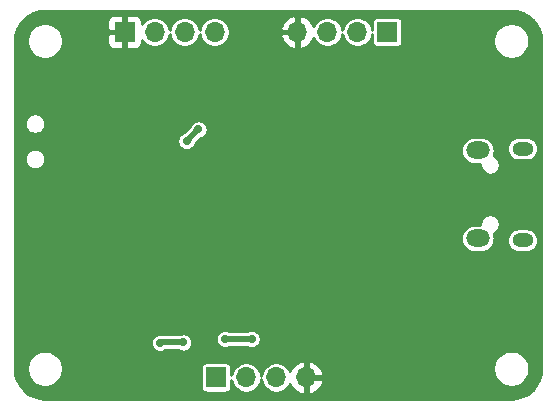
<source format=gbr>
%TF.GenerationSoftware,KiCad,Pcbnew,(5.1.6)-1*%
%TF.CreationDate,2022-03-08T04:09:40+09:00*%
%TF.ProjectId,STM32-project,53544d33-322d-4707-926f-6a6563742e6b,rev?*%
%TF.SameCoordinates,Original*%
%TF.FileFunction,Copper,L2,Bot*%
%TF.FilePolarity,Positive*%
%FSLAX46Y46*%
G04 Gerber Fmt 4.6, Leading zero omitted, Abs format (unit mm)*
G04 Created by KiCad (PCBNEW (5.1.6)-1) date 2022-03-08 04:09:40*
%MOMM*%
%LPD*%
G01*
G04 APERTURE LIST*
%TA.AperFunction,ComponentPad*%
%ADD10O,1.800000X1.150000*%
%TD*%
%TA.AperFunction,ComponentPad*%
%ADD11O,2.000000X1.450000*%
%TD*%
%TA.AperFunction,ComponentPad*%
%ADD12O,1.700000X1.700000*%
%TD*%
%TA.AperFunction,ComponentPad*%
%ADD13R,1.700000X1.700000*%
%TD*%
%TA.AperFunction,ViaPad*%
%ADD14C,0.700000*%
%TD*%
%TA.AperFunction,Conductor*%
%ADD15C,0.500000*%
%TD*%
%TA.AperFunction,Conductor*%
%ADD16C,0.250000*%
%TD*%
G04 APERTURE END LIST*
D10*
%TO.P,J1,6*%
%TO.N,Net-(J1-Pad6)*%
X98450000Y-75625000D03*
X98450000Y-83375000D03*
D11*
X94650000Y-75775000D03*
X94650000Y-83225000D03*
%TD*%
D12*
%TO.P,J4,4*%
%TO.N,GND*%
X80120000Y-95000000D03*
%TO.P,J4,3*%
%TO.N,/I2C2_SDA*%
X77580000Y-95000000D03*
%TO.P,J4,2*%
%TO.N,/I2C2_SCL*%
X75040000Y-95000000D03*
D13*
%TO.P,J4,1*%
%TO.N,+3V3*%
X72500000Y-95000000D03*
%TD*%
D12*
%TO.P,J3,4*%
%TO.N,GND*%
X79380000Y-65750000D03*
%TO.P,J3,3*%
%TO.N,/SWCLK*%
X81920000Y-65750000D03*
%TO.P,J3,2*%
%TO.N,/SWDI0*%
X84460000Y-65750000D03*
D13*
%TO.P,J3,1*%
%TO.N,+3V3*%
X87000000Y-65750000D03*
%TD*%
D12*
%TO.P,J2,4*%
%TO.N,+3V3*%
X72370000Y-65750000D03*
%TO.P,J2,3*%
%TO.N,/USART1_TX*%
X69830000Y-65750000D03*
%TO.P,J2,2*%
%TO.N,/USART1_RX*%
X67290000Y-65750000D03*
D13*
%TO.P,J2,1*%
%TO.N,GND*%
X64750000Y-65750000D03*
%TD*%
D14*
%TO.N,GND*%
X70500000Y-76000000D03*
X78750000Y-83250000D03*
X73750000Y-81250000D03*
X76250000Y-86500000D03*
X69515000Y-87985000D03*
X59250000Y-71750000D03*
X93550000Y-78200000D03*
X83250000Y-78625000D03*
X96750000Y-85500000D03*
X65950000Y-75800000D03*
X68750000Y-85500000D03*
X68235000Y-81515000D03*
X67750000Y-76250000D03*
X92750000Y-88000000D03*
X89250000Y-87500000D03*
X88250000Y-87500000D03*
X88500000Y-83000000D03*
X88500000Y-84000000D03*
X63550000Y-83450000D03*
X75000000Y-71750000D03*
%TO.N,+3V3*%
X75500000Y-91750000D03*
X73250000Y-91750000D03*
X69717475Y-92032525D03*
X69717475Y-92032525D03*
X67760050Y-92055000D03*
X70000000Y-75000000D03*
X71000000Y-74000000D03*
%TD*%
D15*
%TO.N,+3V3*%
X74750000Y-91750000D02*
X75500000Y-91750000D01*
X74750000Y-91750000D02*
X73250000Y-91750000D01*
X69717475Y-92032525D02*
X67782525Y-92032525D01*
X67782525Y-92032525D02*
X67760050Y-92055000D01*
X70000000Y-75000000D02*
X71000000Y-74000000D01*
%TD*%
D16*
%TO.N,GND*%
G36*
X97994876Y-64000681D02*
G01*
X98470906Y-64144403D01*
X98909957Y-64377850D01*
X99295296Y-64692125D01*
X99612258Y-65075266D01*
X99848761Y-65512670D01*
X99995803Y-65987684D01*
X100050001Y-66503344D01*
X100050000Y-94227995D01*
X99999319Y-94744876D01*
X99855596Y-95220910D01*
X99622152Y-95659954D01*
X99307875Y-96045296D01*
X98924735Y-96362257D01*
X98487329Y-96598761D01*
X98012316Y-96745803D01*
X97496664Y-96800000D01*
X58022005Y-96800000D01*
X57505124Y-96749319D01*
X57029090Y-96605596D01*
X56590046Y-96372152D01*
X56204704Y-96057875D01*
X55887743Y-95674735D01*
X55651239Y-95237329D01*
X55504197Y-94762316D01*
X55450000Y-94246664D01*
X55450000Y-94099801D01*
X56475000Y-94099801D01*
X56475000Y-94400199D01*
X56533605Y-94694826D01*
X56648562Y-94972358D01*
X56815455Y-95222131D01*
X57027869Y-95434545D01*
X57277642Y-95601438D01*
X57555174Y-95716395D01*
X57849801Y-95775000D01*
X58150199Y-95775000D01*
X58444826Y-95716395D01*
X58722358Y-95601438D01*
X58972131Y-95434545D01*
X59184545Y-95222131D01*
X59351438Y-94972358D01*
X59466395Y-94694826D01*
X59525000Y-94400199D01*
X59525000Y-94150000D01*
X71222944Y-94150000D01*
X71222944Y-95850000D01*
X71231150Y-95933314D01*
X71255452Y-96013427D01*
X71294916Y-96087260D01*
X71348026Y-96151974D01*
X71412740Y-96205084D01*
X71486573Y-96244548D01*
X71566686Y-96268850D01*
X71650000Y-96277056D01*
X73350000Y-96277056D01*
X73433314Y-96268850D01*
X73513427Y-96244548D01*
X73587260Y-96205084D01*
X73651974Y-96151974D01*
X73705084Y-96087260D01*
X73744548Y-96013427D01*
X73768850Y-95933314D01*
X73777056Y-95850000D01*
X73777056Y-95186186D01*
X73813998Y-95371904D01*
X73910110Y-95603939D01*
X74049643Y-95812765D01*
X74227235Y-95990357D01*
X74436061Y-96129890D01*
X74668096Y-96226002D01*
X74914423Y-96275000D01*
X75165577Y-96275000D01*
X75411904Y-96226002D01*
X75643939Y-96129890D01*
X75852765Y-95990357D01*
X76030357Y-95812765D01*
X76169890Y-95603939D01*
X76266002Y-95371904D01*
X76310000Y-95150713D01*
X76353998Y-95371904D01*
X76450110Y-95603939D01*
X76589643Y-95812765D01*
X76767235Y-95990357D01*
X76976061Y-96129890D01*
X77208096Y-96226002D01*
X77454423Y-96275000D01*
X77705577Y-96275000D01*
X77951904Y-96226002D01*
X78183939Y-96129890D01*
X78392765Y-95990357D01*
X78570357Y-95812765D01*
X78709890Y-95603939D01*
X78745873Y-95517067D01*
X78784406Y-95625962D01*
X78932188Y-95874496D01*
X79125617Y-96089423D01*
X79357260Y-96262485D01*
X79618214Y-96387030D01*
X79766628Y-96432045D01*
X79995000Y-96312812D01*
X79995000Y-95125000D01*
X80245000Y-95125000D01*
X80245000Y-96312812D01*
X80473372Y-96432045D01*
X80621786Y-96387030D01*
X80882740Y-96262485D01*
X81114383Y-96089423D01*
X81307812Y-95874496D01*
X81455594Y-95625962D01*
X81552050Y-95353373D01*
X81433449Y-95125000D01*
X80245000Y-95125000D01*
X79995000Y-95125000D01*
X79975000Y-95125000D01*
X79975000Y-94875000D01*
X79995000Y-94875000D01*
X79995000Y-93687188D01*
X80245000Y-93687188D01*
X80245000Y-94875000D01*
X81433449Y-94875000D01*
X81552050Y-94646627D01*
X81455594Y-94374038D01*
X81307812Y-94125504D01*
X81284680Y-94099801D01*
X95975000Y-94099801D01*
X95975000Y-94400199D01*
X96033605Y-94694826D01*
X96148562Y-94972358D01*
X96315455Y-95222131D01*
X96527869Y-95434545D01*
X96777642Y-95601438D01*
X97055174Y-95716395D01*
X97349801Y-95775000D01*
X97650199Y-95775000D01*
X97944826Y-95716395D01*
X98222358Y-95601438D01*
X98472131Y-95434545D01*
X98684545Y-95222131D01*
X98851438Y-94972358D01*
X98966395Y-94694826D01*
X99025000Y-94400199D01*
X99025000Y-94099801D01*
X98966395Y-93805174D01*
X98851438Y-93527642D01*
X98684545Y-93277869D01*
X98472131Y-93065455D01*
X98222358Y-92898562D01*
X97944826Y-92783605D01*
X97650199Y-92725000D01*
X97349801Y-92725000D01*
X97055174Y-92783605D01*
X96777642Y-92898562D01*
X96527869Y-93065455D01*
X96315455Y-93277869D01*
X96148562Y-93527642D01*
X96033605Y-93805174D01*
X95975000Y-94099801D01*
X81284680Y-94099801D01*
X81114383Y-93910577D01*
X80882740Y-93737515D01*
X80621786Y-93612970D01*
X80473372Y-93567955D01*
X80245000Y-93687188D01*
X79995000Y-93687188D01*
X79766628Y-93567955D01*
X79618214Y-93612970D01*
X79357260Y-93737515D01*
X79125617Y-93910577D01*
X78932188Y-94125504D01*
X78784406Y-94374038D01*
X78745873Y-94482933D01*
X78709890Y-94396061D01*
X78570357Y-94187235D01*
X78392765Y-94009643D01*
X78183939Y-93870110D01*
X77951904Y-93773998D01*
X77705577Y-93725000D01*
X77454423Y-93725000D01*
X77208096Y-93773998D01*
X76976061Y-93870110D01*
X76767235Y-94009643D01*
X76589643Y-94187235D01*
X76450110Y-94396061D01*
X76353998Y-94628096D01*
X76310000Y-94849287D01*
X76266002Y-94628096D01*
X76169890Y-94396061D01*
X76030357Y-94187235D01*
X75852765Y-94009643D01*
X75643939Y-93870110D01*
X75411904Y-93773998D01*
X75165577Y-93725000D01*
X74914423Y-93725000D01*
X74668096Y-93773998D01*
X74436061Y-93870110D01*
X74227235Y-94009643D01*
X74049643Y-94187235D01*
X73910110Y-94396061D01*
X73813998Y-94628096D01*
X73777056Y-94813814D01*
X73777056Y-94150000D01*
X73768850Y-94066686D01*
X73744548Y-93986573D01*
X73705084Y-93912740D01*
X73651974Y-93848026D01*
X73587260Y-93794916D01*
X73513427Y-93755452D01*
X73433314Y-93731150D01*
X73350000Y-93722944D01*
X71650000Y-93722944D01*
X71566686Y-93731150D01*
X71486573Y-93755452D01*
X71412740Y-93794916D01*
X71348026Y-93848026D01*
X71294916Y-93912740D01*
X71255452Y-93986573D01*
X71231150Y-94066686D01*
X71222944Y-94150000D01*
X59525000Y-94150000D01*
X59525000Y-94099801D01*
X59466395Y-93805174D01*
X59351438Y-93527642D01*
X59184545Y-93277869D01*
X58972131Y-93065455D01*
X58722358Y-92898562D01*
X58444826Y-92783605D01*
X58150199Y-92725000D01*
X57849801Y-92725000D01*
X57555174Y-92783605D01*
X57277642Y-92898562D01*
X57027869Y-93065455D01*
X56815455Y-93277869D01*
X56648562Y-93527642D01*
X56533605Y-93805174D01*
X56475000Y-94099801D01*
X55450000Y-94099801D01*
X55450000Y-91978669D01*
X66985050Y-91978669D01*
X66985050Y-92131331D01*
X67014833Y-92281059D01*
X67073254Y-92422100D01*
X67158068Y-92549034D01*
X67266016Y-92656982D01*
X67392950Y-92741796D01*
X67533991Y-92800217D01*
X67683719Y-92830000D01*
X67836381Y-92830000D01*
X67986109Y-92800217D01*
X68127150Y-92741796D01*
X68178441Y-92707525D01*
X69332721Y-92707525D01*
X69350375Y-92719321D01*
X69491416Y-92777742D01*
X69641144Y-92807525D01*
X69793806Y-92807525D01*
X69943534Y-92777742D01*
X70084575Y-92719321D01*
X70211509Y-92634507D01*
X70319457Y-92526559D01*
X70404271Y-92399625D01*
X70462692Y-92258584D01*
X70492475Y-92108856D01*
X70492475Y-91956194D01*
X70462692Y-91806466D01*
X70407686Y-91673669D01*
X72475000Y-91673669D01*
X72475000Y-91826331D01*
X72504783Y-91976059D01*
X72563204Y-92117100D01*
X72648018Y-92244034D01*
X72755966Y-92351982D01*
X72882900Y-92436796D01*
X73023941Y-92495217D01*
X73173669Y-92525000D01*
X73326331Y-92525000D01*
X73476059Y-92495217D01*
X73617100Y-92436796D01*
X73634754Y-92425000D01*
X75115246Y-92425000D01*
X75132900Y-92436796D01*
X75273941Y-92495217D01*
X75423669Y-92525000D01*
X75576331Y-92525000D01*
X75726059Y-92495217D01*
X75867100Y-92436796D01*
X75994034Y-92351982D01*
X76101982Y-92244034D01*
X76186796Y-92117100D01*
X76245217Y-91976059D01*
X76275000Y-91826331D01*
X76275000Y-91673669D01*
X76245217Y-91523941D01*
X76186796Y-91382900D01*
X76101982Y-91255966D01*
X75994034Y-91148018D01*
X75867100Y-91063204D01*
X75726059Y-91004783D01*
X75576331Y-90975000D01*
X75423669Y-90975000D01*
X75273941Y-91004783D01*
X75132900Y-91063204D01*
X75115246Y-91075000D01*
X73634754Y-91075000D01*
X73617100Y-91063204D01*
X73476059Y-91004783D01*
X73326331Y-90975000D01*
X73173669Y-90975000D01*
X73023941Y-91004783D01*
X72882900Y-91063204D01*
X72755966Y-91148018D01*
X72648018Y-91255966D01*
X72563204Y-91382900D01*
X72504783Y-91523941D01*
X72475000Y-91673669D01*
X70407686Y-91673669D01*
X70404271Y-91665425D01*
X70319457Y-91538491D01*
X70211509Y-91430543D01*
X70084575Y-91345729D01*
X69943534Y-91287308D01*
X69793806Y-91257525D01*
X69641144Y-91257525D01*
X69491416Y-91287308D01*
X69350375Y-91345729D01*
X69332721Y-91357525D01*
X68101369Y-91357525D01*
X67986109Y-91309783D01*
X67836381Y-91280000D01*
X67683719Y-91280000D01*
X67533991Y-91309783D01*
X67392950Y-91368204D01*
X67266016Y-91453018D01*
X67158068Y-91560966D01*
X67073254Y-91687900D01*
X67014833Y-91828941D01*
X66985050Y-91978669D01*
X55450000Y-91978669D01*
X55450000Y-83225000D01*
X93219436Y-83225000D01*
X93241640Y-83450439D01*
X93307398Y-83667215D01*
X93414184Y-83866997D01*
X93557893Y-84042107D01*
X93733003Y-84185816D01*
X93932785Y-84292602D01*
X94149561Y-84358360D01*
X94318508Y-84375000D01*
X94981492Y-84375000D01*
X95150439Y-84358360D01*
X95367215Y-84292602D01*
X95566997Y-84185816D01*
X95742107Y-84042107D01*
X95885816Y-83866997D01*
X95992602Y-83667215D01*
X96058360Y-83450439D01*
X96065790Y-83375000D01*
X97120162Y-83375000D01*
X97139470Y-83571034D01*
X97196651Y-83759535D01*
X97289508Y-83933258D01*
X97414472Y-84085528D01*
X97566742Y-84210492D01*
X97740465Y-84303349D01*
X97928966Y-84360530D01*
X98075880Y-84375000D01*
X98824120Y-84375000D01*
X98971034Y-84360530D01*
X99159535Y-84303349D01*
X99333258Y-84210492D01*
X99485528Y-84085528D01*
X99610492Y-83933258D01*
X99703349Y-83759535D01*
X99760530Y-83571034D01*
X99779838Y-83375000D01*
X99760530Y-83178966D01*
X99703349Y-82990465D01*
X99610492Y-82816742D01*
X99485528Y-82664472D01*
X99333258Y-82539508D01*
X99159535Y-82446651D01*
X98971034Y-82389470D01*
X98824120Y-82375000D01*
X98075880Y-82375000D01*
X97928966Y-82389470D01*
X97740465Y-82446651D01*
X97566742Y-82539508D01*
X97414472Y-82664472D01*
X97289508Y-82816742D01*
X97196651Y-82990465D01*
X97139470Y-83178966D01*
X97120162Y-83375000D01*
X96065790Y-83375000D01*
X96080564Y-83225000D01*
X96058360Y-82999561D01*
X95992602Y-82782785D01*
X95987783Y-82773770D01*
X96090784Y-82731106D01*
X96225907Y-82640819D01*
X96340819Y-82525907D01*
X96431106Y-82390784D01*
X96493296Y-82240644D01*
X96525000Y-82081255D01*
X96525000Y-81918745D01*
X96493296Y-81759356D01*
X96431106Y-81609216D01*
X96340819Y-81474093D01*
X96225907Y-81359181D01*
X96090784Y-81268894D01*
X95940644Y-81206704D01*
X95781255Y-81175000D01*
X95618745Y-81175000D01*
X95459356Y-81206704D01*
X95309216Y-81268894D01*
X95174093Y-81359181D01*
X95059181Y-81474093D01*
X94968894Y-81609216D01*
X94906704Y-81759356D01*
X94875000Y-81918745D01*
X94875000Y-82075000D01*
X94318508Y-82075000D01*
X94149561Y-82091640D01*
X93932785Y-82157398D01*
X93733003Y-82264184D01*
X93557893Y-82407893D01*
X93414184Y-82583003D01*
X93307398Y-82782785D01*
X93241640Y-82999561D01*
X93219436Y-83225000D01*
X55450000Y-83225000D01*
X55450000Y-76413820D01*
X56295000Y-76413820D01*
X56295000Y-76586180D01*
X56328626Y-76755228D01*
X56394585Y-76914468D01*
X56490343Y-77057780D01*
X56612220Y-77179657D01*
X56755532Y-77275415D01*
X56914772Y-77341374D01*
X57083820Y-77375000D01*
X57256180Y-77375000D01*
X57425228Y-77341374D01*
X57584468Y-77275415D01*
X57727780Y-77179657D01*
X57849657Y-77057780D01*
X57945415Y-76914468D01*
X58011374Y-76755228D01*
X58045000Y-76586180D01*
X58045000Y-76413820D01*
X58011374Y-76244772D01*
X57945415Y-76085532D01*
X57849657Y-75942220D01*
X57727780Y-75820343D01*
X57584468Y-75724585D01*
X57425228Y-75658626D01*
X57256180Y-75625000D01*
X57083820Y-75625000D01*
X56914772Y-75658626D01*
X56755532Y-75724585D01*
X56612220Y-75820343D01*
X56490343Y-75942220D01*
X56394585Y-76085532D01*
X56328626Y-76244772D01*
X56295000Y-76413820D01*
X55450000Y-76413820D01*
X55450000Y-74923669D01*
X69225000Y-74923669D01*
X69225000Y-75076331D01*
X69254783Y-75226059D01*
X69313204Y-75367100D01*
X69398018Y-75494034D01*
X69505966Y-75601982D01*
X69632900Y-75686796D01*
X69773941Y-75745217D01*
X69923669Y-75775000D01*
X70076331Y-75775000D01*
X93219436Y-75775000D01*
X93241640Y-76000439D01*
X93307398Y-76217215D01*
X93414184Y-76416997D01*
X93557893Y-76592107D01*
X93733003Y-76735816D01*
X93932785Y-76842602D01*
X94149561Y-76908360D01*
X94318508Y-76925000D01*
X94875000Y-76925000D01*
X94875000Y-77081255D01*
X94906704Y-77240644D01*
X94968894Y-77390784D01*
X95059181Y-77525907D01*
X95174093Y-77640819D01*
X95309216Y-77731106D01*
X95459356Y-77793296D01*
X95618745Y-77825000D01*
X95781255Y-77825000D01*
X95940644Y-77793296D01*
X96090784Y-77731106D01*
X96225907Y-77640819D01*
X96340819Y-77525907D01*
X96431106Y-77390784D01*
X96493296Y-77240644D01*
X96525000Y-77081255D01*
X96525000Y-76918745D01*
X96493296Y-76759356D01*
X96431106Y-76609216D01*
X96340819Y-76474093D01*
X96225907Y-76359181D01*
X96090784Y-76268894D01*
X95987783Y-76226230D01*
X95992602Y-76217215D01*
X96058360Y-76000439D01*
X96080564Y-75775000D01*
X96065791Y-75625000D01*
X97120162Y-75625000D01*
X97139470Y-75821034D01*
X97196651Y-76009535D01*
X97289508Y-76183258D01*
X97414472Y-76335528D01*
X97566742Y-76460492D01*
X97740465Y-76553349D01*
X97928966Y-76610530D01*
X98075880Y-76625000D01*
X98824120Y-76625000D01*
X98971034Y-76610530D01*
X99159535Y-76553349D01*
X99333258Y-76460492D01*
X99485528Y-76335528D01*
X99610492Y-76183258D01*
X99703349Y-76009535D01*
X99760530Y-75821034D01*
X99779838Y-75625000D01*
X99760530Y-75428966D01*
X99703349Y-75240465D01*
X99610492Y-75066742D01*
X99485528Y-74914472D01*
X99333258Y-74789508D01*
X99159535Y-74696651D01*
X98971034Y-74639470D01*
X98824120Y-74625000D01*
X98075880Y-74625000D01*
X97928966Y-74639470D01*
X97740465Y-74696651D01*
X97566742Y-74789508D01*
X97414472Y-74914472D01*
X97289508Y-75066742D01*
X97196651Y-75240465D01*
X97139470Y-75428966D01*
X97120162Y-75625000D01*
X96065791Y-75625000D01*
X96058360Y-75549561D01*
X95992602Y-75332785D01*
X95885816Y-75133003D01*
X95742107Y-74957893D01*
X95566997Y-74814184D01*
X95367215Y-74707398D01*
X95150439Y-74641640D01*
X94981492Y-74625000D01*
X94318508Y-74625000D01*
X94149561Y-74641640D01*
X93932785Y-74707398D01*
X93733003Y-74814184D01*
X93557893Y-74957893D01*
X93414184Y-75133003D01*
X93307398Y-75332785D01*
X93241640Y-75549561D01*
X93219436Y-75775000D01*
X70076331Y-75775000D01*
X70226059Y-75745217D01*
X70367100Y-75686796D01*
X70494034Y-75601982D01*
X70601982Y-75494034D01*
X70686796Y-75367100D01*
X70745217Y-75226059D01*
X70749359Y-75205235D01*
X71205235Y-74749359D01*
X71226059Y-74745217D01*
X71367100Y-74686796D01*
X71494034Y-74601982D01*
X71601982Y-74494034D01*
X71686796Y-74367100D01*
X71745217Y-74226059D01*
X71775000Y-74076331D01*
X71775000Y-73923669D01*
X71745217Y-73773941D01*
X71686796Y-73632900D01*
X71601982Y-73505966D01*
X71494034Y-73398018D01*
X71367100Y-73313204D01*
X71226059Y-73254783D01*
X71076331Y-73225000D01*
X70923669Y-73225000D01*
X70773941Y-73254783D01*
X70632900Y-73313204D01*
X70505966Y-73398018D01*
X70398018Y-73505966D01*
X70313204Y-73632900D01*
X70254783Y-73773941D01*
X70250641Y-73794765D01*
X69794765Y-74250641D01*
X69773941Y-74254783D01*
X69632900Y-74313204D01*
X69505966Y-74398018D01*
X69398018Y-74505966D01*
X69313204Y-74632900D01*
X69254783Y-74773941D01*
X69225000Y-74923669D01*
X55450000Y-74923669D01*
X55450000Y-73413820D01*
X56295000Y-73413820D01*
X56295000Y-73586180D01*
X56328626Y-73755228D01*
X56394585Y-73914468D01*
X56490343Y-74057780D01*
X56612220Y-74179657D01*
X56755532Y-74275415D01*
X56914772Y-74341374D01*
X57083820Y-74375000D01*
X57256180Y-74375000D01*
X57425228Y-74341374D01*
X57584468Y-74275415D01*
X57727780Y-74179657D01*
X57849657Y-74057780D01*
X57945415Y-73914468D01*
X58011374Y-73755228D01*
X58045000Y-73586180D01*
X58045000Y-73413820D01*
X58011374Y-73244772D01*
X57945415Y-73085532D01*
X57849657Y-72942220D01*
X57727780Y-72820343D01*
X57584468Y-72724585D01*
X57425228Y-72658626D01*
X57256180Y-72625000D01*
X57083820Y-72625000D01*
X56914772Y-72658626D01*
X56755532Y-72724585D01*
X56612220Y-72820343D01*
X56490343Y-72942220D01*
X56394585Y-73085532D01*
X56328626Y-73244772D01*
X56295000Y-73413820D01*
X55450000Y-73413820D01*
X55450000Y-66522006D01*
X55466884Y-66349801D01*
X56475000Y-66349801D01*
X56475000Y-66650199D01*
X56533605Y-66944826D01*
X56648562Y-67222358D01*
X56815455Y-67472131D01*
X57027869Y-67684545D01*
X57277642Y-67851438D01*
X57555174Y-67966395D01*
X57849801Y-68025000D01*
X58150199Y-68025000D01*
X58444826Y-67966395D01*
X58722358Y-67851438D01*
X58972131Y-67684545D01*
X59184545Y-67472131D01*
X59351438Y-67222358D01*
X59466395Y-66944826D01*
X59525000Y-66650199D01*
X59525000Y-66600000D01*
X63271976Y-66600000D01*
X63284043Y-66722521D01*
X63319781Y-66840334D01*
X63377817Y-66948911D01*
X63455920Y-67044080D01*
X63551089Y-67122183D01*
X63659666Y-67180219D01*
X63777479Y-67215957D01*
X63900000Y-67228024D01*
X64468750Y-67225000D01*
X64625000Y-67068750D01*
X64625000Y-65875000D01*
X63431250Y-65875000D01*
X63275000Y-66031250D01*
X63271976Y-66600000D01*
X59525000Y-66600000D01*
X59525000Y-66349801D01*
X59466395Y-66055174D01*
X59351438Y-65777642D01*
X59184545Y-65527869D01*
X58972131Y-65315455D01*
X58722358Y-65148562D01*
X58444826Y-65033605D01*
X58150199Y-64975000D01*
X57849801Y-64975000D01*
X57555174Y-65033605D01*
X57277642Y-65148562D01*
X57027869Y-65315455D01*
X56815455Y-65527869D01*
X56648562Y-65777642D01*
X56533605Y-66055174D01*
X56475000Y-66349801D01*
X55466884Y-66349801D01*
X55500681Y-66005124D01*
X55644403Y-65529094D01*
X55877850Y-65090043D01*
X56032845Y-64900000D01*
X63271976Y-64900000D01*
X63275000Y-65468750D01*
X63431250Y-65625000D01*
X64625000Y-65625000D01*
X64625000Y-64431250D01*
X64875000Y-64431250D01*
X64875000Y-65625000D01*
X64895000Y-65625000D01*
X64895000Y-65875000D01*
X64875000Y-65875000D01*
X64875000Y-67068750D01*
X65031250Y-67225000D01*
X65600000Y-67228024D01*
X65722521Y-67215957D01*
X65840334Y-67180219D01*
X65948911Y-67122183D01*
X66044080Y-67044080D01*
X66122183Y-66948911D01*
X66180219Y-66840334D01*
X66215957Y-66722521D01*
X66228024Y-66600000D01*
X66227250Y-66454421D01*
X66299643Y-66562765D01*
X66477235Y-66740357D01*
X66686061Y-66879890D01*
X66918096Y-66976002D01*
X67164423Y-67025000D01*
X67415577Y-67025000D01*
X67661904Y-66976002D01*
X67893939Y-66879890D01*
X68102765Y-66740357D01*
X68280357Y-66562765D01*
X68419890Y-66353939D01*
X68516002Y-66121904D01*
X68560000Y-65900713D01*
X68603998Y-66121904D01*
X68700110Y-66353939D01*
X68839643Y-66562765D01*
X69017235Y-66740357D01*
X69226061Y-66879890D01*
X69458096Y-66976002D01*
X69704423Y-67025000D01*
X69955577Y-67025000D01*
X70201904Y-66976002D01*
X70433939Y-66879890D01*
X70642765Y-66740357D01*
X70820357Y-66562765D01*
X70959890Y-66353939D01*
X71056002Y-66121904D01*
X71100000Y-65900713D01*
X71143998Y-66121904D01*
X71240110Y-66353939D01*
X71379643Y-66562765D01*
X71557235Y-66740357D01*
X71766061Y-66879890D01*
X71998096Y-66976002D01*
X72244423Y-67025000D01*
X72495577Y-67025000D01*
X72741904Y-66976002D01*
X72973939Y-66879890D01*
X73182765Y-66740357D01*
X73360357Y-66562765D01*
X73499890Y-66353939D01*
X73596002Y-66121904D01*
X73599688Y-66103373D01*
X77947950Y-66103373D01*
X78044406Y-66375962D01*
X78192188Y-66624496D01*
X78385617Y-66839423D01*
X78617260Y-67012485D01*
X78878214Y-67137030D01*
X79026628Y-67182045D01*
X79255000Y-67062812D01*
X79255000Y-65875000D01*
X78066551Y-65875000D01*
X77947950Y-66103373D01*
X73599688Y-66103373D01*
X73645000Y-65875577D01*
X73645000Y-65624423D01*
X73599689Y-65396627D01*
X77947950Y-65396627D01*
X78066551Y-65625000D01*
X79255000Y-65625000D01*
X79255000Y-64437188D01*
X79505000Y-64437188D01*
X79505000Y-65625000D01*
X79525000Y-65625000D01*
X79525000Y-65875000D01*
X79505000Y-65875000D01*
X79505000Y-67062812D01*
X79733372Y-67182045D01*
X79881786Y-67137030D01*
X80142740Y-67012485D01*
X80374383Y-66839423D01*
X80567812Y-66624496D01*
X80715594Y-66375962D01*
X80754127Y-66267067D01*
X80790110Y-66353939D01*
X80929643Y-66562765D01*
X81107235Y-66740357D01*
X81316061Y-66879890D01*
X81548096Y-66976002D01*
X81794423Y-67025000D01*
X82045577Y-67025000D01*
X82291904Y-66976002D01*
X82523939Y-66879890D01*
X82732765Y-66740357D01*
X82910357Y-66562765D01*
X83049890Y-66353939D01*
X83146002Y-66121904D01*
X83190000Y-65900713D01*
X83233998Y-66121904D01*
X83330110Y-66353939D01*
X83469643Y-66562765D01*
X83647235Y-66740357D01*
X83856061Y-66879890D01*
X84088096Y-66976002D01*
X84334423Y-67025000D01*
X84585577Y-67025000D01*
X84831904Y-66976002D01*
X85063939Y-66879890D01*
X85272765Y-66740357D01*
X85450357Y-66562765D01*
X85589890Y-66353939D01*
X85686002Y-66121904D01*
X85722944Y-65936186D01*
X85722944Y-66600000D01*
X85731150Y-66683314D01*
X85755452Y-66763427D01*
X85794916Y-66837260D01*
X85848026Y-66901974D01*
X85912740Y-66955084D01*
X85986573Y-66994548D01*
X86066686Y-67018850D01*
X86150000Y-67027056D01*
X87850000Y-67027056D01*
X87933314Y-67018850D01*
X88013427Y-66994548D01*
X88087260Y-66955084D01*
X88151974Y-66901974D01*
X88205084Y-66837260D01*
X88244548Y-66763427D01*
X88268850Y-66683314D01*
X88277056Y-66600000D01*
X88277056Y-66349801D01*
X95975000Y-66349801D01*
X95975000Y-66650199D01*
X96033605Y-66944826D01*
X96148562Y-67222358D01*
X96315455Y-67472131D01*
X96527869Y-67684545D01*
X96777642Y-67851438D01*
X97055174Y-67966395D01*
X97349801Y-68025000D01*
X97650199Y-68025000D01*
X97944826Y-67966395D01*
X98222358Y-67851438D01*
X98472131Y-67684545D01*
X98684545Y-67472131D01*
X98851438Y-67222358D01*
X98966395Y-66944826D01*
X99025000Y-66650199D01*
X99025000Y-66349801D01*
X98966395Y-66055174D01*
X98851438Y-65777642D01*
X98684545Y-65527869D01*
X98472131Y-65315455D01*
X98222358Y-65148562D01*
X97944826Y-65033605D01*
X97650199Y-64975000D01*
X97349801Y-64975000D01*
X97055174Y-65033605D01*
X96777642Y-65148562D01*
X96527869Y-65315455D01*
X96315455Y-65527869D01*
X96148562Y-65777642D01*
X96033605Y-66055174D01*
X95975000Y-66349801D01*
X88277056Y-66349801D01*
X88277056Y-64900000D01*
X88268850Y-64816686D01*
X88244548Y-64736573D01*
X88205084Y-64662740D01*
X88151974Y-64598026D01*
X88087260Y-64544916D01*
X88013427Y-64505452D01*
X87933314Y-64481150D01*
X87850000Y-64472944D01*
X86150000Y-64472944D01*
X86066686Y-64481150D01*
X85986573Y-64505452D01*
X85912740Y-64544916D01*
X85848026Y-64598026D01*
X85794916Y-64662740D01*
X85755452Y-64736573D01*
X85731150Y-64816686D01*
X85722944Y-64900000D01*
X85722944Y-65563814D01*
X85686002Y-65378096D01*
X85589890Y-65146061D01*
X85450357Y-64937235D01*
X85272765Y-64759643D01*
X85063939Y-64620110D01*
X84831904Y-64523998D01*
X84585577Y-64475000D01*
X84334423Y-64475000D01*
X84088096Y-64523998D01*
X83856061Y-64620110D01*
X83647235Y-64759643D01*
X83469643Y-64937235D01*
X83330110Y-65146061D01*
X83233998Y-65378096D01*
X83190000Y-65599287D01*
X83146002Y-65378096D01*
X83049890Y-65146061D01*
X82910357Y-64937235D01*
X82732765Y-64759643D01*
X82523939Y-64620110D01*
X82291904Y-64523998D01*
X82045577Y-64475000D01*
X81794423Y-64475000D01*
X81548096Y-64523998D01*
X81316061Y-64620110D01*
X81107235Y-64759643D01*
X80929643Y-64937235D01*
X80790110Y-65146061D01*
X80754127Y-65232933D01*
X80715594Y-65124038D01*
X80567812Y-64875504D01*
X80374383Y-64660577D01*
X80142740Y-64487515D01*
X79881786Y-64362970D01*
X79733372Y-64317955D01*
X79505000Y-64437188D01*
X79255000Y-64437188D01*
X79026628Y-64317955D01*
X78878214Y-64362970D01*
X78617260Y-64487515D01*
X78385617Y-64660577D01*
X78192188Y-64875504D01*
X78044406Y-65124038D01*
X77947950Y-65396627D01*
X73599689Y-65396627D01*
X73596002Y-65378096D01*
X73499890Y-65146061D01*
X73360357Y-64937235D01*
X73182765Y-64759643D01*
X72973939Y-64620110D01*
X72741904Y-64523998D01*
X72495577Y-64475000D01*
X72244423Y-64475000D01*
X71998096Y-64523998D01*
X71766061Y-64620110D01*
X71557235Y-64759643D01*
X71379643Y-64937235D01*
X71240110Y-65146061D01*
X71143998Y-65378096D01*
X71100000Y-65599287D01*
X71056002Y-65378096D01*
X70959890Y-65146061D01*
X70820357Y-64937235D01*
X70642765Y-64759643D01*
X70433939Y-64620110D01*
X70201904Y-64523998D01*
X69955577Y-64475000D01*
X69704423Y-64475000D01*
X69458096Y-64523998D01*
X69226061Y-64620110D01*
X69017235Y-64759643D01*
X68839643Y-64937235D01*
X68700110Y-65146061D01*
X68603998Y-65378096D01*
X68560000Y-65599287D01*
X68516002Y-65378096D01*
X68419890Y-65146061D01*
X68280357Y-64937235D01*
X68102765Y-64759643D01*
X67893939Y-64620110D01*
X67661904Y-64523998D01*
X67415577Y-64475000D01*
X67164423Y-64475000D01*
X66918096Y-64523998D01*
X66686061Y-64620110D01*
X66477235Y-64759643D01*
X66299643Y-64937235D01*
X66227250Y-65045579D01*
X66228024Y-64900000D01*
X66215957Y-64777479D01*
X66180219Y-64659666D01*
X66122183Y-64551089D01*
X66044080Y-64455920D01*
X65948911Y-64377817D01*
X65840334Y-64319781D01*
X65722521Y-64284043D01*
X65600000Y-64271976D01*
X65031250Y-64275000D01*
X64875000Y-64431250D01*
X64625000Y-64431250D01*
X64468750Y-64275000D01*
X63900000Y-64271976D01*
X63777479Y-64284043D01*
X63659666Y-64319781D01*
X63551089Y-64377817D01*
X63455920Y-64455920D01*
X63377817Y-64551089D01*
X63319781Y-64659666D01*
X63284043Y-64777479D01*
X63271976Y-64900000D01*
X56032845Y-64900000D01*
X56192125Y-64704704D01*
X56575266Y-64387742D01*
X57012670Y-64151239D01*
X57487684Y-64004197D01*
X58003335Y-63950000D01*
X97477994Y-63950000D01*
X97994876Y-64000681D01*
G37*
X97994876Y-64000681D02*
X98470906Y-64144403D01*
X98909957Y-64377850D01*
X99295296Y-64692125D01*
X99612258Y-65075266D01*
X99848761Y-65512670D01*
X99995803Y-65987684D01*
X100050001Y-66503344D01*
X100050000Y-94227995D01*
X99999319Y-94744876D01*
X99855596Y-95220910D01*
X99622152Y-95659954D01*
X99307875Y-96045296D01*
X98924735Y-96362257D01*
X98487329Y-96598761D01*
X98012316Y-96745803D01*
X97496664Y-96800000D01*
X58022005Y-96800000D01*
X57505124Y-96749319D01*
X57029090Y-96605596D01*
X56590046Y-96372152D01*
X56204704Y-96057875D01*
X55887743Y-95674735D01*
X55651239Y-95237329D01*
X55504197Y-94762316D01*
X55450000Y-94246664D01*
X55450000Y-94099801D01*
X56475000Y-94099801D01*
X56475000Y-94400199D01*
X56533605Y-94694826D01*
X56648562Y-94972358D01*
X56815455Y-95222131D01*
X57027869Y-95434545D01*
X57277642Y-95601438D01*
X57555174Y-95716395D01*
X57849801Y-95775000D01*
X58150199Y-95775000D01*
X58444826Y-95716395D01*
X58722358Y-95601438D01*
X58972131Y-95434545D01*
X59184545Y-95222131D01*
X59351438Y-94972358D01*
X59466395Y-94694826D01*
X59525000Y-94400199D01*
X59525000Y-94150000D01*
X71222944Y-94150000D01*
X71222944Y-95850000D01*
X71231150Y-95933314D01*
X71255452Y-96013427D01*
X71294916Y-96087260D01*
X71348026Y-96151974D01*
X71412740Y-96205084D01*
X71486573Y-96244548D01*
X71566686Y-96268850D01*
X71650000Y-96277056D01*
X73350000Y-96277056D01*
X73433314Y-96268850D01*
X73513427Y-96244548D01*
X73587260Y-96205084D01*
X73651974Y-96151974D01*
X73705084Y-96087260D01*
X73744548Y-96013427D01*
X73768850Y-95933314D01*
X73777056Y-95850000D01*
X73777056Y-95186186D01*
X73813998Y-95371904D01*
X73910110Y-95603939D01*
X74049643Y-95812765D01*
X74227235Y-95990357D01*
X74436061Y-96129890D01*
X74668096Y-96226002D01*
X74914423Y-96275000D01*
X75165577Y-96275000D01*
X75411904Y-96226002D01*
X75643939Y-96129890D01*
X75852765Y-95990357D01*
X76030357Y-95812765D01*
X76169890Y-95603939D01*
X76266002Y-95371904D01*
X76310000Y-95150713D01*
X76353998Y-95371904D01*
X76450110Y-95603939D01*
X76589643Y-95812765D01*
X76767235Y-95990357D01*
X76976061Y-96129890D01*
X77208096Y-96226002D01*
X77454423Y-96275000D01*
X77705577Y-96275000D01*
X77951904Y-96226002D01*
X78183939Y-96129890D01*
X78392765Y-95990357D01*
X78570357Y-95812765D01*
X78709890Y-95603939D01*
X78745873Y-95517067D01*
X78784406Y-95625962D01*
X78932188Y-95874496D01*
X79125617Y-96089423D01*
X79357260Y-96262485D01*
X79618214Y-96387030D01*
X79766628Y-96432045D01*
X79995000Y-96312812D01*
X79995000Y-95125000D01*
X80245000Y-95125000D01*
X80245000Y-96312812D01*
X80473372Y-96432045D01*
X80621786Y-96387030D01*
X80882740Y-96262485D01*
X81114383Y-96089423D01*
X81307812Y-95874496D01*
X81455594Y-95625962D01*
X81552050Y-95353373D01*
X81433449Y-95125000D01*
X80245000Y-95125000D01*
X79995000Y-95125000D01*
X79975000Y-95125000D01*
X79975000Y-94875000D01*
X79995000Y-94875000D01*
X79995000Y-93687188D01*
X80245000Y-93687188D01*
X80245000Y-94875000D01*
X81433449Y-94875000D01*
X81552050Y-94646627D01*
X81455594Y-94374038D01*
X81307812Y-94125504D01*
X81284680Y-94099801D01*
X95975000Y-94099801D01*
X95975000Y-94400199D01*
X96033605Y-94694826D01*
X96148562Y-94972358D01*
X96315455Y-95222131D01*
X96527869Y-95434545D01*
X96777642Y-95601438D01*
X97055174Y-95716395D01*
X97349801Y-95775000D01*
X97650199Y-95775000D01*
X97944826Y-95716395D01*
X98222358Y-95601438D01*
X98472131Y-95434545D01*
X98684545Y-95222131D01*
X98851438Y-94972358D01*
X98966395Y-94694826D01*
X99025000Y-94400199D01*
X99025000Y-94099801D01*
X98966395Y-93805174D01*
X98851438Y-93527642D01*
X98684545Y-93277869D01*
X98472131Y-93065455D01*
X98222358Y-92898562D01*
X97944826Y-92783605D01*
X97650199Y-92725000D01*
X97349801Y-92725000D01*
X97055174Y-92783605D01*
X96777642Y-92898562D01*
X96527869Y-93065455D01*
X96315455Y-93277869D01*
X96148562Y-93527642D01*
X96033605Y-93805174D01*
X95975000Y-94099801D01*
X81284680Y-94099801D01*
X81114383Y-93910577D01*
X80882740Y-93737515D01*
X80621786Y-93612970D01*
X80473372Y-93567955D01*
X80245000Y-93687188D01*
X79995000Y-93687188D01*
X79766628Y-93567955D01*
X79618214Y-93612970D01*
X79357260Y-93737515D01*
X79125617Y-93910577D01*
X78932188Y-94125504D01*
X78784406Y-94374038D01*
X78745873Y-94482933D01*
X78709890Y-94396061D01*
X78570357Y-94187235D01*
X78392765Y-94009643D01*
X78183939Y-93870110D01*
X77951904Y-93773998D01*
X77705577Y-93725000D01*
X77454423Y-93725000D01*
X77208096Y-93773998D01*
X76976061Y-93870110D01*
X76767235Y-94009643D01*
X76589643Y-94187235D01*
X76450110Y-94396061D01*
X76353998Y-94628096D01*
X76310000Y-94849287D01*
X76266002Y-94628096D01*
X76169890Y-94396061D01*
X76030357Y-94187235D01*
X75852765Y-94009643D01*
X75643939Y-93870110D01*
X75411904Y-93773998D01*
X75165577Y-93725000D01*
X74914423Y-93725000D01*
X74668096Y-93773998D01*
X74436061Y-93870110D01*
X74227235Y-94009643D01*
X74049643Y-94187235D01*
X73910110Y-94396061D01*
X73813998Y-94628096D01*
X73777056Y-94813814D01*
X73777056Y-94150000D01*
X73768850Y-94066686D01*
X73744548Y-93986573D01*
X73705084Y-93912740D01*
X73651974Y-93848026D01*
X73587260Y-93794916D01*
X73513427Y-93755452D01*
X73433314Y-93731150D01*
X73350000Y-93722944D01*
X71650000Y-93722944D01*
X71566686Y-93731150D01*
X71486573Y-93755452D01*
X71412740Y-93794916D01*
X71348026Y-93848026D01*
X71294916Y-93912740D01*
X71255452Y-93986573D01*
X71231150Y-94066686D01*
X71222944Y-94150000D01*
X59525000Y-94150000D01*
X59525000Y-94099801D01*
X59466395Y-93805174D01*
X59351438Y-93527642D01*
X59184545Y-93277869D01*
X58972131Y-93065455D01*
X58722358Y-92898562D01*
X58444826Y-92783605D01*
X58150199Y-92725000D01*
X57849801Y-92725000D01*
X57555174Y-92783605D01*
X57277642Y-92898562D01*
X57027869Y-93065455D01*
X56815455Y-93277869D01*
X56648562Y-93527642D01*
X56533605Y-93805174D01*
X56475000Y-94099801D01*
X55450000Y-94099801D01*
X55450000Y-91978669D01*
X66985050Y-91978669D01*
X66985050Y-92131331D01*
X67014833Y-92281059D01*
X67073254Y-92422100D01*
X67158068Y-92549034D01*
X67266016Y-92656982D01*
X67392950Y-92741796D01*
X67533991Y-92800217D01*
X67683719Y-92830000D01*
X67836381Y-92830000D01*
X67986109Y-92800217D01*
X68127150Y-92741796D01*
X68178441Y-92707525D01*
X69332721Y-92707525D01*
X69350375Y-92719321D01*
X69491416Y-92777742D01*
X69641144Y-92807525D01*
X69793806Y-92807525D01*
X69943534Y-92777742D01*
X70084575Y-92719321D01*
X70211509Y-92634507D01*
X70319457Y-92526559D01*
X70404271Y-92399625D01*
X70462692Y-92258584D01*
X70492475Y-92108856D01*
X70492475Y-91956194D01*
X70462692Y-91806466D01*
X70407686Y-91673669D01*
X72475000Y-91673669D01*
X72475000Y-91826331D01*
X72504783Y-91976059D01*
X72563204Y-92117100D01*
X72648018Y-92244034D01*
X72755966Y-92351982D01*
X72882900Y-92436796D01*
X73023941Y-92495217D01*
X73173669Y-92525000D01*
X73326331Y-92525000D01*
X73476059Y-92495217D01*
X73617100Y-92436796D01*
X73634754Y-92425000D01*
X75115246Y-92425000D01*
X75132900Y-92436796D01*
X75273941Y-92495217D01*
X75423669Y-92525000D01*
X75576331Y-92525000D01*
X75726059Y-92495217D01*
X75867100Y-92436796D01*
X75994034Y-92351982D01*
X76101982Y-92244034D01*
X76186796Y-92117100D01*
X76245217Y-91976059D01*
X76275000Y-91826331D01*
X76275000Y-91673669D01*
X76245217Y-91523941D01*
X76186796Y-91382900D01*
X76101982Y-91255966D01*
X75994034Y-91148018D01*
X75867100Y-91063204D01*
X75726059Y-91004783D01*
X75576331Y-90975000D01*
X75423669Y-90975000D01*
X75273941Y-91004783D01*
X75132900Y-91063204D01*
X75115246Y-91075000D01*
X73634754Y-91075000D01*
X73617100Y-91063204D01*
X73476059Y-91004783D01*
X73326331Y-90975000D01*
X73173669Y-90975000D01*
X73023941Y-91004783D01*
X72882900Y-91063204D01*
X72755966Y-91148018D01*
X72648018Y-91255966D01*
X72563204Y-91382900D01*
X72504783Y-91523941D01*
X72475000Y-91673669D01*
X70407686Y-91673669D01*
X70404271Y-91665425D01*
X70319457Y-91538491D01*
X70211509Y-91430543D01*
X70084575Y-91345729D01*
X69943534Y-91287308D01*
X69793806Y-91257525D01*
X69641144Y-91257525D01*
X69491416Y-91287308D01*
X69350375Y-91345729D01*
X69332721Y-91357525D01*
X68101369Y-91357525D01*
X67986109Y-91309783D01*
X67836381Y-91280000D01*
X67683719Y-91280000D01*
X67533991Y-91309783D01*
X67392950Y-91368204D01*
X67266016Y-91453018D01*
X67158068Y-91560966D01*
X67073254Y-91687900D01*
X67014833Y-91828941D01*
X66985050Y-91978669D01*
X55450000Y-91978669D01*
X55450000Y-83225000D01*
X93219436Y-83225000D01*
X93241640Y-83450439D01*
X93307398Y-83667215D01*
X93414184Y-83866997D01*
X93557893Y-84042107D01*
X93733003Y-84185816D01*
X93932785Y-84292602D01*
X94149561Y-84358360D01*
X94318508Y-84375000D01*
X94981492Y-84375000D01*
X95150439Y-84358360D01*
X95367215Y-84292602D01*
X95566997Y-84185816D01*
X95742107Y-84042107D01*
X95885816Y-83866997D01*
X95992602Y-83667215D01*
X96058360Y-83450439D01*
X96065790Y-83375000D01*
X97120162Y-83375000D01*
X97139470Y-83571034D01*
X97196651Y-83759535D01*
X97289508Y-83933258D01*
X97414472Y-84085528D01*
X97566742Y-84210492D01*
X97740465Y-84303349D01*
X97928966Y-84360530D01*
X98075880Y-84375000D01*
X98824120Y-84375000D01*
X98971034Y-84360530D01*
X99159535Y-84303349D01*
X99333258Y-84210492D01*
X99485528Y-84085528D01*
X99610492Y-83933258D01*
X99703349Y-83759535D01*
X99760530Y-83571034D01*
X99779838Y-83375000D01*
X99760530Y-83178966D01*
X99703349Y-82990465D01*
X99610492Y-82816742D01*
X99485528Y-82664472D01*
X99333258Y-82539508D01*
X99159535Y-82446651D01*
X98971034Y-82389470D01*
X98824120Y-82375000D01*
X98075880Y-82375000D01*
X97928966Y-82389470D01*
X97740465Y-82446651D01*
X97566742Y-82539508D01*
X97414472Y-82664472D01*
X97289508Y-82816742D01*
X97196651Y-82990465D01*
X97139470Y-83178966D01*
X97120162Y-83375000D01*
X96065790Y-83375000D01*
X96080564Y-83225000D01*
X96058360Y-82999561D01*
X95992602Y-82782785D01*
X95987783Y-82773770D01*
X96090784Y-82731106D01*
X96225907Y-82640819D01*
X96340819Y-82525907D01*
X96431106Y-82390784D01*
X96493296Y-82240644D01*
X96525000Y-82081255D01*
X96525000Y-81918745D01*
X96493296Y-81759356D01*
X96431106Y-81609216D01*
X96340819Y-81474093D01*
X96225907Y-81359181D01*
X96090784Y-81268894D01*
X95940644Y-81206704D01*
X95781255Y-81175000D01*
X95618745Y-81175000D01*
X95459356Y-81206704D01*
X95309216Y-81268894D01*
X95174093Y-81359181D01*
X95059181Y-81474093D01*
X94968894Y-81609216D01*
X94906704Y-81759356D01*
X94875000Y-81918745D01*
X94875000Y-82075000D01*
X94318508Y-82075000D01*
X94149561Y-82091640D01*
X93932785Y-82157398D01*
X93733003Y-82264184D01*
X93557893Y-82407893D01*
X93414184Y-82583003D01*
X93307398Y-82782785D01*
X93241640Y-82999561D01*
X93219436Y-83225000D01*
X55450000Y-83225000D01*
X55450000Y-76413820D01*
X56295000Y-76413820D01*
X56295000Y-76586180D01*
X56328626Y-76755228D01*
X56394585Y-76914468D01*
X56490343Y-77057780D01*
X56612220Y-77179657D01*
X56755532Y-77275415D01*
X56914772Y-77341374D01*
X57083820Y-77375000D01*
X57256180Y-77375000D01*
X57425228Y-77341374D01*
X57584468Y-77275415D01*
X57727780Y-77179657D01*
X57849657Y-77057780D01*
X57945415Y-76914468D01*
X58011374Y-76755228D01*
X58045000Y-76586180D01*
X58045000Y-76413820D01*
X58011374Y-76244772D01*
X57945415Y-76085532D01*
X57849657Y-75942220D01*
X57727780Y-75820343D01*
X57584468Y-75724585D01*
X57425228Y-75658626D01*
X57256180Y-75625000D01*
X57083820Y-75625000D01*
X56914772Y-75658626D01*
X56755532Y-75724585D01*
X56612220Y-75820343D01*
X56490343Y-75942220D01*
X56394585Y-76085532D01*
X56328626Y-76244772D01*
X56295000Y-76413820D01*
X55450000Y-76413820D01*
X55450000Y-74923669D01*
X69225000Y-74923669D01*
X69225000Y-75076331D01*
X69254783Y-75226059D01*
X69313204Y-75367100D01*
X69398018Y-75494034D01*
X69505966Y-75601982D01*
X69632900Y-75686796D01*
X69773941Y-75745217D01*
X69923669Y-75775000D01*
X70076331Y-75775000D01*
X93219436Y-75775000D01*
X93241640Y-76000439D01*
X93307398Y-76217215D01*
X93414184Y-76416997D01*
X93557893Y-76592107D01*
X93733003Y-76735816D01*
X93932785Y-76842602D01*
X94149561Y-76908360D01*
X94318508Y-76925000D01*
X94875000Y-76925000D01*
X94875000Y-77081255D01*
X94906704Y-77240644D01*
X94968894Y-77390784D01*
X95059181Y-77525907D01*
X95174093Y-77640819D01*
X95309216Y-77731106D01*
X95459356Y-77793296D01*
X95618745Y-77825000D01*
X95781255Y-77825000D01*
X95940644Y-77793296D01*
X96090784Y-77731106D01*
X96225907Y-77640819D01*
X96340819Y-77525907D01*
X96431106Y-77390784D01*
X96493296Y-77240644D01*
X96525000Y-77081255D01*
X96525000Y-76918745D01*
X96493296Y-76759356D01*
X96431106Y-76609216D01*
X96340819Y-76474093D01*
X96225907Y-76359181D01*
X96090784Y-76268894D01*
X95987783Y-76226230D01*
X95992602Y-76217215D01*
X96058360Y-76000439D01*
X96080564Y-75775000D01*
X96065791Y-75625000D01*
X97120162Y-75625000D01*
X97139470Y-75821034D01*
X97196651Y-76009535D01*
X97289508Y-76183258D01*
X97414472Y-76335528D01*
X97566742Y-76460492D01*
X97740465Y-76553349D01*
X97928966Y-76610530D01*
X98075880Y-76625000D01*
X98824120Y-76625000D01*
X98971034Y-76610530D01*
X99159535Y-76553349D01*
X99333258Y-76460492D01*
X99485528Y-76335528D01*
X99610492Y-76183258D01*
X99703349Y-76009535D01*
X99760530Y-75821034D01*
X99779838Y-75625000D01*
X99760530Y-75428966D01*
X99703349Y-75240465D01*
X99610492Y-75066742D01*
X99485528Y-74914472D01*
X99333258Y-74789508D01*
X99159535Y-74696651D01*
X98971034Y-74639470D01*
X98824120Y-74625000D01*
X98075880Y-74625000D01*
X97928966Y-74639470D01*
X97740465Y-74696651D01*
X97566742Y-74789508D01*
X97414472Y-74914472D01*
X97289508Y-75066742D01*
X97196651Y-75240465D01*
X97139470Y-75428966D01*
X97120162Y-75625000D01*
X96065791Y-75625000D01*
X96058360Y-75549561D01*
X95992602Y-75332785D01*
X95885816Y-75133003D01*
X95742107Y-74957893D01*
X95566997Y-74814184D01*
X95367215Y-74707398D01*
X95150439Y-74641640D01*
X94981492Y-74625000D01*
X94318508Y-74625000D01*
X94149561Y-74641640D01*
X93932785Y-74707398D01*
X93733003Y-74814184D01*
X93557893Y-74957893D01*
X93414184Y-75133003D01*
X93307398Y-75332785D01*
X93241640Y-75549561D01*
X93219436Y-75775000D01*
X70076331Y-75775000D01*
X70226059Y-75745217D01*
X70367100Y-75686796D01*
X70494034Y-75601982D01*
X70601982Y-75494034D01*
X70686796Y-75367100D01*
X70745217Y-75226059D01*
X70749359Y-75205235D01*
X71205235Y-74749359D01*
X71226059Y-74745217D01*
X71367100Y-74686796D01*
X71494034Y-74601982D01*
X71601982Y-74494034D01*
X71686796Y-74367100D01*
X71745217Y-74226059D01*
X71775000Y-74076331D01*
X71775000Y-73923669D01*
X71745217Y-73773941D01*
X71686796Y-73632900D01*
X71601982Y-73505966D01*
X71494034Y-73398018D01*
X71367100Y-73313204D01*
X71226059Y-73254783D01*
X71076331Y-73225000D01*
X70923669Y-73225000D01*
X70773941Y-73254783D01*
X70632900Y-73313204D01*
X70505966Y-73398018D01*
X70398018Y-73505966D01*
X70313204Y-73632900D01*
X70254783Y-73773941D01*
X70250641Y-73794765D01*
X69794765Y-74250641D01*
X69773941Y-74254783D01*
X69632900Y-74313204D01*
X69505966Y-74398018D01*
X69398018Y-74505966D01*
X69313204Y-74632900D01*
X69254783Y-74773941D01*
X69225000Y-74923669D01*
X55450000Y-74923669D01*
X55450000Y-73413820D01*
X56295000Y-73413820D01*
X56295000Y-73586180D01*
X56328626Y-73755228D01*
X56394585Y-73914468D01*
X56490343Y-74057780D01*
X56612220Y-74179657D01*
X56755532Y-74275415D01*
X56914772Y-74341374D01*
X57083820Y-74375000D01*
X57256180Y-74375000D01*
X57425228Y-74341374D01*
X57584468Y-74275415D01*
X57727780Y-74179657D01*
X57849657Y-74057780D01*
X57945415Y-73914468D01*
X58011374Y-73755228D01*
X58045000Y-73586180D01*
X58045000Y-73413820D01*
X58011374Y-73244772D01*
X57945415Y-73085532D01*
X57849657Y-72942220D01*
X57727780Y-72820343D01*
X57584468Y-72724585D01*
X57425228Y-72658626D01*
X57256180Y-72625000D01*
X57083820Y-72625000D01*
X56914772Y-72658626D01*
X56755532Y-72724585D01*
X56612220Y-72820343D01*
X56490343Y-72942220D01*
X56394585Y-73085532D01*
X56328626Y-73244772D01*
X56295000Y-73413820D01*
X55450000Y-73413820D01*
X55450000Y-66522006D01*
X55466884Y-66349801D01*
X56475000Y-66349801D01*
X56475000Y-66650199D01*
X56533605Y-66944826D01*
X56648562Y-67222358D01*
X56815455Y-67472131D01*
X57027869Y-67684545D01*
X57277642Y-67851438D01*
X57555174Y-67966395D01*
X57849801Y-68025000D01*
X58150199Y-68025000D01*
X58444826Y-67966395D01*
X58722358Y-67851438D01*
X58972131Y-67684545D01*
X59184545Y-67472131D01*
X59351438Y-67222358D01*
X59466395Y-66944826D01*
X59525000Y-66650199D01*
X59525000Y-66600000D01*
X63271976Y-66600000D01*
X63284043Y-66722521D01*
X63319781Y-66840334D01*
X63377817Y-66948911D01*
X63455920Y-67044080D01*
X63551089Y-67122183D01*
X63659666Y-67180219D01*
X63777479Y-67215957D01*
X63900000Y-67228024D01*
X64468750Y-67225000D01*
X64625000Y-67068750D01*
X64625000Y-65875000D01*
X63431250Y-65875000D01*
X63275000Y-66031250D01*
X63271976Y-66600000D01*
X59525000Y-66600000D01*
X59525000Y-66349801D01*
X59466395Y-66055174D01*
X59351438Y-65777642D01*
X59184545Y-65527869D01*
X58972131Y-65315455D01*
X58722358Y-65148562D01*
X58444826Y-65033605D01*
X58150199Y-64975000D01*
X57849801Y-64975000D01*
X57555174Y-65033605D01*
X57277642Y-65148562D01*
X57027869Y-65315455D01*
X56815455Y-65527869D01*
X56648562Y-65777642D01*
X56533605Y-66055174D01*
X56475000Y-66349801D01*
X55466884Y-66349801D01*
X55500681Y-66005124D01*
X55644403Y-65529094D01*
X55877850Y-65090043D01*
X56032845Y-64900000D01*
X63271976Y-64900000D01*
X63275000Y-65468750D01*
X63431250Y-65625000D01*
X64625000Y-65625000D01*
X64625000Y-64431250D01*
X64875000Y-64431250D01*
X64875000Y-65625000D01*
X64895000Y-65625000D01*
X64895000Y-65875000D01*
X64875000Y-65875000D01*
X64875000Y-67068750D01*
X65031250Y-67225000D01*
X65600000Y-67228024D01*
X65722521Y-67215957D01*
X65840334Y-67180219D01*
X65948911Y-67122183D01*
X66044080Y-67044080D01*
X66122183Y-66948911D01*
X66180219Y-66840334D01*
X66215957Y-66722521D01*
X66228024Y-66600000D01*
X66227250Y-66454421D01*
X66299643Y-66562765D01*
X66477235Y-66740357D01*
X66686061Y-66879890D01*
X66918096Y-66976002D01*
X67164423Y-67025000D01*
X67415577Y-67025000D01*
X67661904Y-66976002D01*
X67893939Y-66879890D01*
X68102765Y-66740357D01*
X68280357Y-66562765D01*
X68419890Y-66353939D01*
X68516002Y-66121904D01*
X68560000Y-65900713D01*
X68603998Y-66121904D01*
X68700110Y-66353939D01*
X68839643Y-66562765D01*
X69017235Y-66740357D01*
X69226061Y-66879890D01*
X69458096Y-66976002D01*
X69704423Y-67025000D01*
X69955577Y-67025000D01*
X70201904Y-66976002D01*
X70433939Y-66879890D01*
X70642765Y-66740357D01*
X70820357Y-66562765D01*
X70959890Y-66353939D01*
X71056002Y-66121904D01*
X71100000Y-65900713D01*
X71143998Y-66121904D01*
X71240110Y-66353939D01*
X71379643Y-66562765D01*
X71557235Y-66740357D01*
X71766061Y-66879890D01*
X71998096Y-66976002D01*
X72244423Y-67025000D01*
X72495577Y-67025000D01*
X72741904Y-66976002D01*
X72973939Y-66879890D01*
X73182765Y-66740357D01*
X73360357Y-66562765D01*
X73499890Y-66353939D01*
X73596002Y-66121904D01*
X73599688Y-66103373D01*
X77947950Y-66103373D01*
X78044406Y-66375962D01*
X78192188Y-66624496D01*
X78385617Y-66839423D01*
X78617260Y-67012485D01*
X78878214Y-67137030D01*
X79026628Y-67182045D01*
X79255000Y-67062812D01*
X79255000Y-65875000D01*
X78066551Y-65875000D01*
X77947950Y-66103373D01*
X73599688Y-66103373D01*
X73645000Y-65875577D01*
X73645000Y-65624423D01*
X73599689Y-65396627D01*
X77947950Y-65396627D01*
X78066551Y-65625000D01*
X79255000Y-65625000D01*
X79255000Y-64437188D01*
X79505000Y-64437188D01*
X79505000Y-65625000D01*
X79525000Y-65625000D01*
X79525000Y-65875000D01*
X79505000Y-65875000D01*
X79505000Y-67062812D01*
X79733372Y-67182045D01*
X79881786Y-67137030D01*
X80142740Y-67012485D01*
X80374383Y-66839423D01*
X80567812Y-66624496D01*
X80715594Y-66375962D01*
X80754127Y-66267067D01*
X80790110Y-66353939D01*
X80929643Y-66562765D01*
X81107235Y-66740357D01*
X81316061Y-66879890D01*
X81548096Y-66976002D01*
X81794423Y-67025000D01*
X82045577Y-67025000D01*
X82291904Y-66976002D01*
X82523939Y-66879890D01*
X82732765Y-66740357D01*
X82910357Y-66562765D01*
X83049890Y-66353939D01*
X83146002Y-66121904D01*
X83190000Y-65900713D01*
X83233998Y-66121904D01*
X83330110Y-66353939D01*
X83469643Y-66562765D01*
X83647235Y-66740357D01*
X83856061Y-66879890D01*
X84088096Y-66976002D01*
X84334423Y-67025000D01*
X84585577Y-67025000D01*
X84831904Y-66976002D01*
X85063939Y-66879890D01*
X85272765Y-66740357D01*
X85450357Y-66562765D01*
X85589890Y-66353939D01*
X85686002Y-66121904D01*
X85722944Y-65936186D01*
X85722944Y-66600000D01*
X85731150Y-66683314D01*
X85755452Y-66763427D01*
X85794916Y-66837260D01*
X85848026Y-66901974D01*
X85912740Y-66955084D01*
X85986573Y-66994548D01*
X86066686Y-67018850D01*
X86150000Y-67027056D01*
X87850000Y-67027056D01*
X87933314Y-67018850D01*
X88013427Y-66994548D01*
X88087260Y-66955084D01*
X88151974Y-66901974D01*
X88205084Y-66837260D01*
X88244548Y-66763427D01*
X88268850Y-66683314D01*
X88277056Y-66600000D01*
X88277056Y-66349801D01*
X95975000Y-66349801D01*
X95975000Y-66650199D01*
X96033605Y-66944826D01*
X96148562Y-67222358D01*
X96315455Y-67472131D01*
X96527869Y-67684545D01*
X96777642Y-67851438D01*
X97055174Y-67966395D01*
X97349801Y-68025000D01*
X97650199Y-68025000D01*
X97944826Y-67966395D01*
X98222358Y-67851438D01*
X98472131Y-67684545D01*
X98684545Y-67472131D01*
X98851438Y-67222358D01*
X98966395Y-66944826D01*
X99025000Y-66650199D01*
X99025000Y-66349801D01*
X98966395Y-66055174D01*
X98851438Y-65777642D01*
X98684545Y-65527869D01*
X98472131Y-65315455D01*
X98222358Y-65148562D01*
X97944826Y-65033605D01*
X97650199Y-64975000D01*
X97349801Y-64975000D01*
X97055174Y-65033605D01*
X96777642Y-65148562D01*
X96527869Y-65315455D01*
X96315455Y-65527869D01*
X96148562Y-65777642D01*
X96033605Y-66055174D01*
X95975000Y-66349801D01*
X88277056Y-66349801D01*
X88277056Y-64900000D01*
X88268850Y-64816686D01*
X88244548Y-64736573D01*
X88205084Y-64662740D01*
X88151974Y-64598026D01*
X88087260Y-64544916D01*
X88013427Y-64505452D01*
X87933314Y-64481150D01*
X87850000Y-64472944D01*
X86150000Y-64472944D01*
X86066686Y-64481150D01*
X85986573Y-64505452D01*
X85912740Y-64544916D01*
X85848026Y-64598026D01*
X85794916Y-64662740D01*
X85755452Y-64736573D01*
X85731150Y-64816686D01*
X85722944Y-64900000D01*
X85722944Y-65563814D01*
X85686002Y-65378096D01*
X85589890Y-65146061D01*
X85450357Y-64937235D01*
X85272765Y-64759643D01*
X85063939Y-64620110D01*
X84831904Y-64523998D01*
X84585577Y-64475000D01*
X84334423Y-64475000D01*
X84088096Y-64523998D01*
X83856061Y-64620110D01*
X83647235Y-64759643D01*
X83469643Y-64937235D01*
X83330110Y-65146061D01*
X83233998Y-65378096D01*
X83190000Y-65599287D01*
X83146002Y-65378096D01*
X83049890Y-65146061D01*
X82910357Y-64937235D01*
X82732765Y-64759643D01*
X82523939Y-64620110D01*
X82291904Y-64523998D01*
X82045577Y-64475000D01*
X81794423Y-64475000D01*
X81548096Y-64523998D01*
X81316061Y-64620110D01*
X81107235Y-64759643D01*
X80929643Y-64937235D01*
X80790110Y-65146061D01*
X80754127Y-65232933D01*
X80715594Y-65124038D01*
X80567812Y-64875504D01*
X80374383Y-64660577D01*
X80142740Y-64487515D01*
X79881786Y-64362970D01*
X79733372Y-64317955D01*
X79505000Y-64437188D01*
X79255000Y-64437188D01*
X79026628Y-64317955D01*
X78878214Y-64362970D01*
X78617260Y-64487515D01*
X78385617Y-64660577D01*
X78192188Y-64875504D01*
X78044406Y-65124038D01*
X77947950Y-65396627D01*
X73599689Y-65396627D01*
X73596002Y-65378096D01*
X73499890Y-65146061D01*
X73360357Y-64937235D01*
X73182765Y-64759643D01*
X72973939Y-64620110D01*
X72741904Y-64523998D01*
X72495577Y-64475000D01*
X72244423Y-64475000D01*
X71998096Y-64523998D01*
X71766061Y-64620110D01*
X71557235Y-64759643D01*
X71379643Y-64937235D01*
X71240110Y-65146061D01*
X71143998Y-65378096D01*
X71100000Y-65599287D01*
X71056002Y-65378096D01*
X70959890Y-65146061D01*
X70820357Y-64937235D01*
X70642765Y-64759643D01*
X70433939Y-64620110D01*
X70201904Y-64523998D01*
X69955577Y-64475000D01*
X69704423Y-64475000D01*
X69458096Y-64523998D01*
X69226061Y-64620110D01*
X69017235Y-64759643D01*
X68839643Y-64937235D01*
X68700110Y-65146061D01*
X68603998Y-65378096D01*
X68560000Y-65599287D01*
X68516002Y-65378096D01*
X68419890Y-65146061D01*
X68280357Y-64937235D01*
X68102765Y-64759643D01*
X67893939Y-64620110D01*
X67661904Y-64523998D01*
X67415577Y-64475000D01*
X67164423Y-64475000D01*
X66918096Y-64523998D01*
X66686061Y-64620110D01*
X66477235Y-64759643D01*
X66299643Y-64937235D01*
X66227250Y-65045579D01*
X66228024Y-64900000D01*
X66215957Y-64777479D01*
X66180219Y-64659666D01*
X66122183Y-64551089D01*
X66044080Y-64455920D01*
X65948911Y-64377817D01*
X65840334Y-64319781D01*
X65722521Y-64284043D01*
X65600000Y-64271976D01*
X65031250Y-64275000D01*
X64875000Y-64431250D01*
X64625000Y-64431250D01*
X64468750Y-64275000D01*
X63900000Y-64271976D01*
X63777479Y-64284043D01*
X63659666Y-64319781D01*
X63551089Y-64377817D01*
X63455920Y-64455920D01*
X63377817Y-64551089D01*
X63319781Y-64659666D01*
X63284043Y-64777479D01*
X63271976Y-64900000D01*
X56032845Y-64900000D01*
X56192125Y-64704704D01*
X56575266Y-64387742D01*
X57012670Y-64151239D01*
X57487684Y-64004197D01*
X58003335Y-63950000D01*
X97477994Y-63950000D01*
X97994876Y-64000681D01*
%TD*%
M02*

</source>
